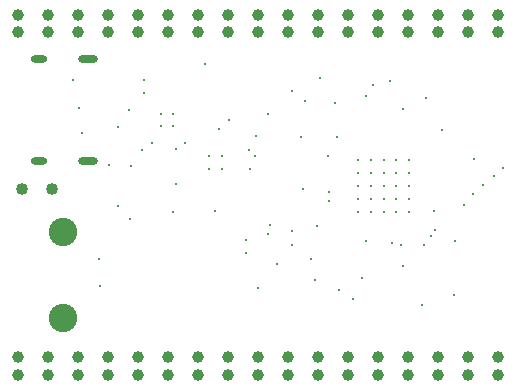
<source format=gbr>
%TF.GenerationSoftware,Altium Limited,Altium Designer,24.10.1 (45)*%
G04 Layer_Color=0*
%FSLAX45Y45*%
%MOMM*%
%TF.SameCoordinates,D2505BA3-E522-476C-ACF0-F4815D070146*%
%TF.FilePolarity,Positive*%
%TF.FileFunction,Plated,1,4,PTH,Drill*%
%TF.Part,Single*%
G01*
G75*
%TA.AperFunction,ComponentDrill*%
%ADD80O,1.40000X0.60000*%
%ADD81O,1.70000X0.60000*%
%ADD82C,1.00000*%
%ADD83C,1.02000*%
%ADD84C,2.41000*%
%TA.AperFunction,ViaDrill,NotFilled*%
%ADD85C,0.30000*%
%ADD86C,1.00000*%
D80*
X292000Y2671000D02*
D03*
Y1807000D02*
D03*
D81*
X710000Y2671000D02*
D03*
Y1807000D02*
D03*
D82*
X118000Y150000D02*
D03*
X372000D02*
D03*
X626000D02*
D03*
X880000D02*
D03*
X1134000D02*
D03*
X1388000D02*
D03*
X1642000D02*
D03*
X1896000D02*
D03*
X2150000D02*
D03*
X2404000D02*
D03*
X2658000D02*
D03*
X2912000D02*
D03*
X3166000D02*
D03*
X3420000D02*
D03*
X3674000D02*
D03*
X4182000D02*
D03*
X3928000D02*
D03*
X4182000Y2900000D02*
D03*
X3928000D02*
D03*
X3674000D02*
D03*
X3420000D02*
D03*
X3166000D02*
D03*
X2912000D02*
D03*
X2658000D02*
D03*
X2404000D02*
D03*
X2150000D02*
D03*
X1896000D02*
D03*
X1642000D02*
D03*
X1388000D02*
D03*
X1134000D02*
D03*
X880000D02*
D03*
X626000D02*
D03*
X118000D02*
D03*
X372000D02*
D03*
D83*
X400000Y1570000D02*
D03*
X146000D02*
D03*
D84*
X500000Y1210000D02*
D03*
Y480000D02*
D03*
D85*
X1067500Y1317500D02*
D03*
X2800000Y2300000D02*
D03*
X1452500Y1912500D02*
D03*
Y1615000D02*
D03*
X3062500Y2360000D02*
D03*
X3380000Y2250000D02*
D03*
X3360000Y1095942D02*
D03*
X3280000Y1120000D02*
D03*
X3540000Y590000D02*
D03*
X3804032Y675968D02*
D03*
X3980000Y1830000D02*
D03*
X4220000Y1750000D02*
D03*
X4150000Y1680000D02*
D03*
X4050000Y1610000D02*
D03*
X3970000Y1530000D02*
D03*
X3890000Y1440000D02*
D03*
X3650000Y1230000D02*
D03*
X3820000Y1130000D02*
D03*
X3570000Y2340000D02*
D03*
X3268800Y2490000D02*
D03*
X3119281Y2455200D02*
D03*
X2670000Y2510400D02*
D03*
X2440000Y2400000D02*
D03*
X2550000Y2320000D02*
D03*
X810000Y750000D02*
D03*
X660000Y2050000D02*
D03*
X1700000Y2630000D02*
D03*
X2130000Y2020000D02*
D03*
X1900000Y2160000D02*
D03*
X2742098Y1855200D02*
D03*
X2510000Y2010000D02*
D03*
X2650000Y1260000D02*
D03*
X3640000Y1390000D02*
D03*
X3030000Y820000D02*
D03*
X3060000Y1130000D02*
D03*
X1250000Y1960000D02*
D03*
X1530000D02*
D03*
X1820000Y2080000D02*
D03*
X959706Y1426393D02*
D03*
X1845000Y1745000D02*
D03*
X1735000D02*
D03*
X1845000Y1855000D02*
D03*
X1735000D02*
D03*
X1070000Y1770000D02*
D03*
X890000Y1780000D02*
D03*
X1425000Y2205000D02*
D03*
Y2105000D02*
D03*
X1325000Y2205000D02*
D03*
Y2105000D02*
D03*
X2530000Y1570000D02*
D03*
X1186334Y2493330D02*
D03*
X2076325Y1746173D02*
D03*
X2120000Y1852500D02*
D03*
X2070197Y1900456D02*
D03*
X632100Y2255000D02*
D03*
X800000Y980000D02*
D03*
X2230000Y1195200D02*
D03*
X1780000Y1390000D02*
D03*
X1430000Y1380000D02*
D03*
X2440000Y1214800D02*
D03*
X2230000Y2210000D02*
D03*
X2750000Y1550000D02*
D03*
X2050000Y1030000D02*
D03*
X2438400Y1102986D02*
D03*
X2311400Y939800D02*
D03*
X2250000Y1270000D02*
D03*
X1060000Y2240000D02*
D03*
X960000Y2100000D02*
D03*
X1180000Y2390000D02*
D03*
X2830000Y720000D02*
D03*
X2630000Y800000D02*
D03*
X3709500Y2069200D02*
D03*
X580000Y2500000D02*
D03*
X3375968Y924032D02*
D03*
X2150000Y737500D02*
D03*
X3550000Y1100000D02*
D03*
X3613030Y1175317D02*
D03*
X2750000Y1475000D02*
D03*
X2950000Y640000D02*
D03*
X2050000Y1140000D02*
D03*
X2820000Y2010000D02*
D03*
X3430759Y1375100D02*
D03*
X3320760Y1375100D02*
D03*
X3210760Y1375101D02*
D03*
X3100760Y1375100D02*
D03*
X2990760Y1375101D02*
D03*
X3430760Y1485100D02*
D03*
X3320759Y1485100D02*
D03*
X3210760Y1485100D02*
D03*
X3100760Y1485101D02*
D03*
X2990760Y1485100D02*
D03*
X3430759Y1595100D02*
D03*
X3320760Y1595100D02*
D03*
X3210760D02*
D03*
X3100760D02*
D03*
X2990760Y1595100D02*
D03*
X3430760Y1705100D02*
D03*
X3320760D02*
D03*
X3210760D02*
D03*
X3100760Y1705100D02*
D03*
X2990760Y1705100D02*
D03*
X3430760Y1815100D02*
D03*
X3320760D02*
D03*
X3210760Y1815100D02*
D03*
X3100760Y1815100D02*
D03*
X2990760D02*
D03*
X1168400Y1905000D02*
D03*
X2600000Y980000D02*
D03*
D86*
X118000Y0D02*
D03*
X372000D02*
D03*
X626000D02*
D03*
X880000D02*
D03*
X1134000D02*
D03*
X1388000D02*
D03*
X1642000D02*
D03*
X1896000D02*
D03*
X2150000D02*
D03*
X2404000D02*
D03*
X2658000D02*
D03*
X2912000D02*
D03*
X3166000D02*
D03*
X3420000D02*
D03*
X3674000D02*
D03*
X4182000D02*
D03*
X3928000D02*
D03*
X4182000Y3050000D02*
D03*
X3928000D02*
D03*
X3674000D02*
D03*
X3420000D02*
D03*
X3166000D02*
D03*
X2912000D02*
D03*
X2658000D02*
D03*
X2404000D02*
D03*
X2150000D02*
D03*
X1896000D02*
D03*
X1642000D02*
D03*
X1388000D02*
D03*
X1134000D02*
D03*
X880000D02*
D03*
X626000D02*
D03*
X118000D02*
D03*
X372000D02*
D03*
%TF.MD5,37e6232d7b51b07f3f8e2aa16209e001*%
M02*

</source>
